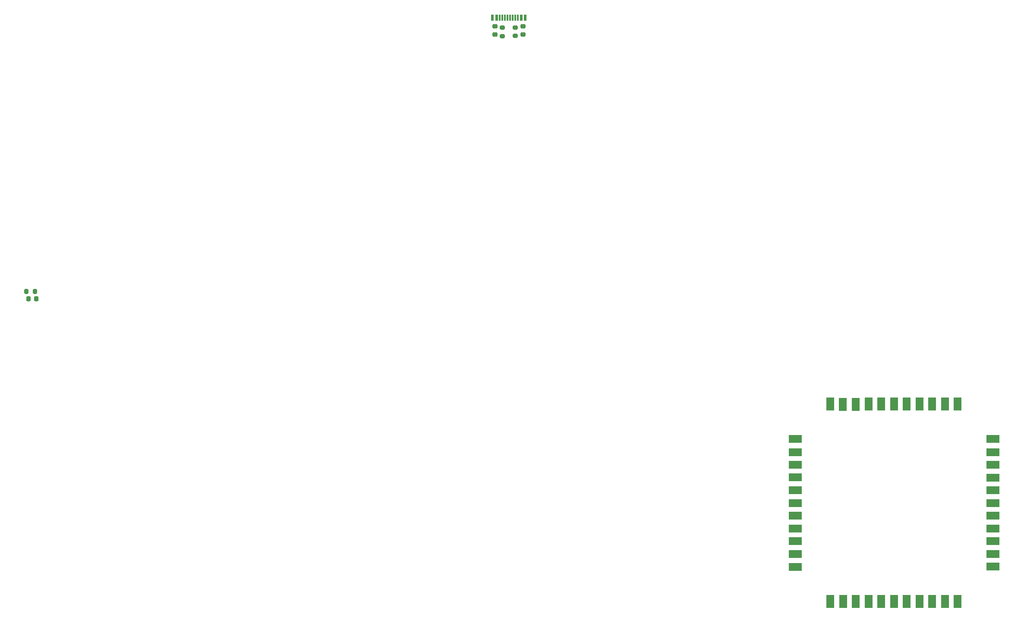
<source format=gbr>
%TF.GenerationSoftware,KiCad,Pcbnew,8.0.8*%
%TF.CreationDate,2025-04-29T22:55:39-07:00*%
%TF.ProjectId,MainBoard_BrooksGen5XMini,4d61696e-426f-4617-9264-5f42726f6f6b,rev?*%
%TF.SameCoordinates,Original*%
%TF.FileFunction,Paste,Top*%
%TF.FilePolarity,Positive*%
%FSLAX46Y46*%
G04 Gerber Fmt 4.6, Leading zero omitted, Abs format (unit mm)*
G04 Created by KiCad (PCBNEW 8.0.8) date 2025-04-29 22:55:39*
%MOMM*%
%LPD*%
G01*
G04 APERTURE LIST*
G04 Aperture macros list*
%AMRoundRect*
0 Rectangle with rounded corners*
0 $1 Rounding radius*
0 $2 $3 $4 $5 $6 $7 $8 $9 X,Y pos of 4 corners*
0 Add a 4 corners polygon primitive as box body*
4,1,4,$2,$3,$4,$5,$6,$7,$8,$9,$2,$3,0*
0 Add four circle primitives for the rounded corners*
1,1,$1+$1,$2,$3*
1,1,$1+$1,$4,$5*
1,1,$1+$1,$6,$7*
1,1,$1+$1,$8,$9*
0 Add four rect primitives between the rounded corners*
20,1,$1+$1,$2,$3,$4,$5,0*
20,1,$1+$1,$4,$5,$6,$7,0*
20,1,$1+$1,$6,$7,$8,$9,0*
20,1,$1+$1,$8,$9,$2,$3,0*%
G04 Aperture macros list end*
%ADD10R,1.524000X2.600000*%
%ADD11R,2.600000X1.524000*%
%ADD12RoundRect,0.218750X0.256250X-0.218750X0.256250X0.218750X-0.256250X0.218750X-0.256250X-0.218750X0*%
%ADD13R,0.600000X1.150000*%
%ADD14R,0.300000X1.150000*%
%ADD15RoundRect,0.200000X-0.275000X0.200000X-0.275000X-0.200000X0.275000X-0.200000X0.275000X0.200000X0*%
%ADD16RoundRect,0.225000X0.225000X0.250000X-0.225000X0.250000X-0.225000X-0.250000X0.225000X-0.250000X0*%
%ADD17RoundRect,0.200000X0.275000X-0.200000X0.275000X0.200000X-0.275000X0.200000X-0.275000X-0.200000X0*%
%ADD18RoundRect,0.200000X0.200000X0.275000X-0.200000X0.275000X-0.200000X-0.275000X0.200000X-0.275000X0*%
G04 APERTURE END LIST*
D10*
%TO.C,U37*%
X238075000Y-138925000D03*
X240575000Y-138925000D03*
X243075000Y-138925000D03*
X245575000Y-138925000D03*
X248075000Y-138925000D03*
X250575000Y-138925000D03*
X253075000Y-138925000D03*
X255575000Y-138925000D03*
X258075000Y-138925000D03*
X260575000Y-138925000D03*
X263075000Y-138925000D03*
D11*
X270025000Y-132075000D03*
X270025000Y-129575000D03*
X270025000Y-127075000D03*
X270025000Y-124575000D03*
X270025000Y-122075000D03*
X270025000Y-119575000D03*
X270025000Y-117075000D03*
X270025000Y-114575000D03*
X270025000Y-112075000D03*
X270025000Y-109575000D03*
X269975000Y-107025000D03*
D10*
X263075000Y-100125000D03*
X260575000Y-100125000D03*
X258075000Y-100125000D03*
X255575000Y-100125000D03*
X253075000Y-100125000D03*
X250575000Y-100125000D03*
X248075000Y-100125000D03*
X245575000Y-100125000D03*
X243075000Y-100175000D03*
X240525000Y-100175000D03*
X238075000Y-100125000D03*
D11*
X231225000Y-107025000D03*
X231225000Y-109575000D03*
X231225000Y-112075000D03*
X231225000Y-114525000D03*
X231225000Y-117075000D03*
X231225000Y-119575000D03*
X231225000Y-122075000D03*
X231225000Y-124575000D03*
X231225000Y-127075000D03*
X231225000Y-129575000D03*
X231225000Y-132125000D03*
%TD*%
D12*
%TO.C,D4*%
X172250000Y-27537500D03*
X172250000Y-25962500D03*
%TD*%
D13*
%TO.C,J3*%
X178200000Y-24255000D03*
X177400000Y-24255000D03*
D14*
X176250000Y-24255000D03*
X175250000Y-24255000D03*
X174750000Y-24255000D03*
X173750000Y-24255000D03*
D13*
X171800000Y-24255000D03*
X172600000Y-24255000D03*
D14*
X173250000Y-24255000D03*
X174250000Y-24255000D03*
X175750000Y-24255000D03*
X176750000Y-24255000D03*
%TD*%
D15*
%TO.C,R15*%
X173750000Y-26250000D03*
X173750000Y-27900000D03*
%TD*%
D12*
%TO.C,D3*%
X177750000Y-27537500D03*
X177750000Y-25962500D03*
%TD*%
D16*
%TO.C,C40*%
X82275000Y-79500000D03*
X80725000Y-79500000D03*
%TD*%
D17*
%TO.C,R1*%
X176250000Y-27825000D03*
X176250000Y-26175000D03*
%TD*%
D18*
%TO.C,R32*%
X82000000Y-78000000D03*
X80350000Y-78000000D03*
%TD*%
M02*

</source>
